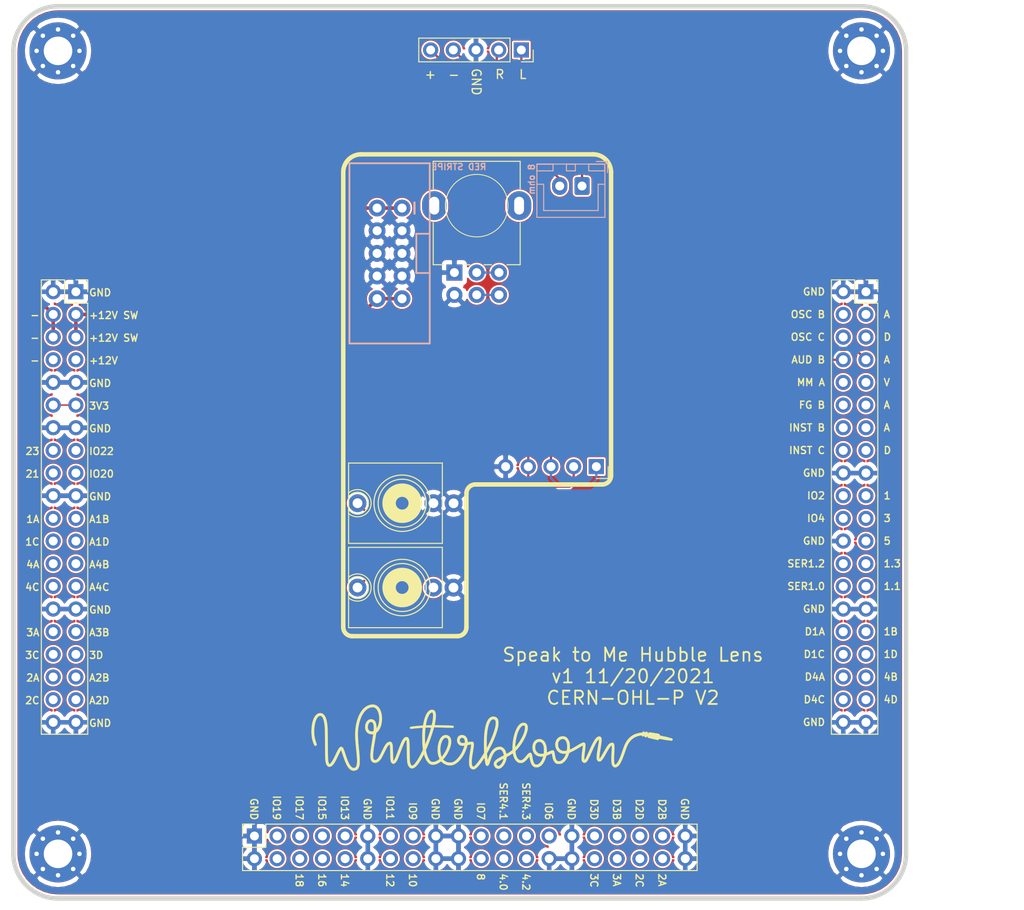
<source format=kicad_pcb>
(kicad_pcb (version 20171130) (host pcbnew "(5.1.10-1-10_14)")
  (title_block (title "Speak to Me") (date 2021-08-25) (rev v8) (company Winterbloom) (comment 1 "CERN OHL-P v2") (comment 2 "Alethea Flowers"))
  (layers (0 F.Cu signal) (31 B.Cu signal) (34 B.Paste user) (35 F.Paste user) (36 B.SilkS user) (37 F.SilkS user) (38 B.Mask user) (39 F.Mask user) (44 Edge.Cuts user))
  (net 0 "")
  (net 1 +12V)
  (net 2 -12V)
  (net 3 +3V3)
  (net 4 GND)
  (net 5 SERIAL1.3)
  (net 6 SERIAL1.2)
  (net 7 SERIAL1.1)
  (net 8 SERIAL1.0)
  (net 9 +12VDOWNSTREAM)
  (net 10 -12VDOWNSTREAM)
  (net 11 /DAC_4D)
  (net 12 /DAC_2D)
  (net 13 /DAC_4C)
  (net 14 /DAC_2C)
  (net 15 /DAC_4B)
  (net 16 /DAC_2B)
  (net 17 /DAC_4A)
  (net 18 /DAC_2A)
  (net 19 /DAC_3D)
  (net 20 /DAC_1D)
  (net 21 /DAC_3C)
  (net 22 /DAC_1C)
  (net 23 /DAC_3B)
  (net 24 /DAC_1B)
  (net 25 /DAC_3A)
  (net 26 /DAC_1A)
  (net 27 SERIAL4.3)
  (net 28 SERIAL4.2)
  (net 29 SERIAL4.1)
  (net 30 SERIAL4.0)
  (net 31 /EXT_FG_B)
  (net 32 /EXT_FG_A)
  (net 33 /EXT_MM_A)
  (net 34 /EXT_MM_V)
  (net 35 /EXT_AUDIO_B)
  (net 36 /EXT_AUDIO_A)
  (net 37 /EXT_OSC_C)
  (net 38 /EXT_OSC_D)
  (net 39 /EXT_OSC_B)
  (net 40 /EXT_OSC_A)
  (net 41 /IO5)
  (net 42 /IO4)
  (net 43 /IO3)
  (net 44 /IO2)
  (net 45 /IO1)
  (net 46 /ADC_1D)
  (net 47 /ADC_1C)
  (net 48 /ADC_1B)
  (net 49 /ADC_1A)
  (net 50 /ADC_4A)
  (net 51 /ADC_4B)
  (net 52 /ADC_4C)
  (net 53 /ADC_4D)
  (net 54 /ADC_2A)
  (net 55 /ADC_2B)
  (net 56 /ADC_2C)
  (net 57 /ADC_2D)
  (net 58 /ADC_3D)
  (net 59 /ADC_3C)
  (net 60 /ADC_3B)
  (net 61 /ADC_3A)
  (net 62 /IO6)
  (net 63 /IO7)
  (net 64 /IO8)
  (net 65 /IO9)
  (net 66 /IO10)
  (net 67 /IO11)
  (net 68 /IO12)
  (net 69 /IO13)
  (net 70 /IO14)
  (net 71 /IO15)
  (net 72 /IO16)
  (net 73 /IO17)
  (net 74 /IO18)
  (net 75 /IO19)
  (net 76 /IO20)
  (net 77 /IO21)
  (net 78 "Net-(J7-Pad4)")
  (net 79 /IO22)
  (net 80 /IO23)
  (net 81 /EXT_INST_C)
  (net 82 /EXT_INST_D)
  (net 83 /EXT_INST_B)
  (net 84 /EXT_INST_A)
  (net 85 "Net-(J1004-PadTN)")
  (net 86 "Net-(RV1001-Pad2)")
  (net 87 /SPEAKER-)
  (net 88 /SPEAKER+)
  (net 89 /HEADPHONES_R)
  (net 90 /HEADPHONES_L)
  (net 91 "Net-(RV1001-Pad5)")
  (module Connector_PinSocket_2.54mm:PinSocket_1x05_P2.54mm_Vertical (layer F.Cu) (at 131.9 53.9 270)
    (fp_text reference J1 hide)
    (fp_text value Outputs hide)
    (pad 5 thru_hole oval (at 0 10.16 270) (size 1.7 1.7) (drill 1) (layers *.Cu *.Mask) (net 88 /SPEAKER+))
    (pad 4 thru_hole oval (at 0 7.62 270) (size 1.7 1.7) (drill 1) (layers *.Cu *.Mask) (net 87 /SPEAKER-))
    (pad 3 thru_hole oval (at 0 5.08 270) (size 1.7 1.7) (drill 1) (layers *.Cu *.Mask) (net 4 GND))
    (pad 2 thru_hole oval (at 0 2.54 270) (size 1.7 1.7) (drill 1) (layers *.Cu *.Mask) (net 89 /HEADPHONES_R))
    (pad 1 thru_hole rect (at 0 0 270) (size 1.7 1.7) (drill 1) (layers *.Cu *.Mask) (net 90 /HEADPHONES_L))
  )
  (module MountingHole:MountingHole_3.2mm_M3_Pad_Via (layer F.Cu) (at 80 54)
    (fp_text reference H1 hide)
    (fp_text value M3 hide)
    (pad 1 thru_hole circle (at 1.697056 -1.697056) (size 0.8 0.8) (drill 0.5) (layers *.Cu *.Mask) (net 4 GND))
    (pad 1 thru_hole circle (at 0 -2.4) (size 0.8 0.8) (drill 0.5) (layers *.Cu *.Mask) (net 4 GND))
    (pad 1 thru_hole circle (at -1.697056 -1.697056) (size 0.8 0.8) (drill 0.5) (layers *.Cu *.Mask) (net 4 GND))
    (pad 1 thru_hole circle (at -2.4 0) (size 0.8 0.8) (drill 0.5) (layers *.Cu *.Mask) (net 4 GND))
    (pad 1 thru_hole circle (at -1.697056 1.697056) (size 0.8 0.8) (drill 0.5) (layers *.Cu *.Mask) (net 4 GND))
    (pad 1 thru_hole circle (at 0 2.4) (size 0.8 0.8) (drill 0.5) (layers *.Cu *.Mask) (net 4 GND))
    (pad 1 thru_hole circle (at 1.697056 1.697056) (size 0.8 0.8) (drill 0.5) (layers *.Cu *.Mask) (net 4 GND))
    (pad 1 thru_hole circle (at 2.4 0) (size 0.8 0.8) (drill 0.5) (layers *.Cu *.Mask) (net 4 GND))
    (pad 1 thru_hole circle (at 0 0) (size 6.4 6.4) (drill 3.2) (layers *.Cu *.Mask) (net 4 GND))
  )
  (module MountingHole:MountingHole_3.2mm_M3_Pad_Via (layer F.Cu) (at 170 144)
    (fp_text reference H4 hide)
    (fp_text value M3 hide)
    (pad 1 thru_hole circle (at 1.697056 -1.697056) (size 0.8 0.8) (drill 0.5) (layers *.Cu *.Mask) (net 4 GND))
    (pad 1 thru_hole circle (at 0 -2.4) (size 0.8 0.8) (drill 0.5) (layers *.Cu *.Mask) (net 4 GND))
    (pad 1 thru_hole circle (at -1.697056 -1.697056) (size 0.8 0.8) (drill 0.5) (layers *.Cu *.Mask) (net 4 GND))
    (pad 1 thru_hole circle (at -2.4 0) (size 0.8 0.8) (drill 0.5) (layers *.Cu *.Mask) (net 4 GND))
    (pad 1 thru_hole circle (at -1.697056 1.697056) (size 0.8 0.8) (drill 0.5) (layers *.Cu *.Mask) (net 4 GND))
    (pad 1 thru_hole circle (at 0 2.4) (size 0.8 0.8) (drill 0.5) (layers *.Cu *.Mask) (net 4 GND))
    (pad 1 thru_hole circle (at 1.697056 1.697056) (size 0.8 0.8) (drill 0.5) (layers *.Cu *.Mask) (net 4 GND))
    (pad 1 thru_hole circle (at 2.4 0) (size 0.8 0.8) (drill 0.5) (layers *.Cu *.Mask) (net 4 GND))
    (pad 1 thru_hole circle (at 0 0) (size 6.4 6.4) (drill 3.2) (layers *.Cu *.Mask) (net 4 GND))
  )
  (module MountingHole:MountingHole_3.2mm_M3_Pad_Via (layer F.Cu) (at 170 54)
    (fp_text reference H3 hide)
    (fp_text value M3 hide)
    (pad 1 thru_hole circle (at 1.697056 -1.697056) (size 0.8 0.8) (drill 0.5) (layers *.Cu *.Mask) (net 4 GND))
    (pad 1 thru_hole circle (at 0 -2.4) (size 0.8 0.8) (drill 0.5) (layers *.Cu *.Mask) (net 4 GND))
    (pad 1 thru_hole circle (at -1.697056 -1.697056) (size 0.8 0.8) (drill 0.5) (layers *.Cu *.Mask) (net 4 GND))
    (pad 1 thru_hole circle (at -2.4 0) (size 0.8 0.8) (drill 0.5) (layers *.Cu *.Mask) (net 4 GND))
    (pad 1 thru_hole circle (at -1.697056 1.697056) (size 0.8 0.8) (drill 0.5) (layers *.Cu *.Mask) (net 4 GND))
    (pad 1 thru_hole circle (at 0 2.4) (size 0.8 0.8) (drill 0.5) (layers *.Cu *.Mask) (net 4 GND))
    (pad 1 thru_hole circle (at 1.697056 1.697056) (size 0.8 0.8) (drill 0.5) (layers *.Cu *.Mask) (net 4 GND))
    (pad 1 thru_hole circle (at 2.4 0) (size 0.8 0.8) (drill 0.5) (layers *.Cu *.Mask) (net 4 GND))
    (pad 1 thru_hole circle (at 0 0) (size 6.4 6.4) (drill 3.2) (layers *.Cu *.Mask) (net 4 GND))
  )
  (module MountingHole:MountingHole_3.2mm_M3_Pad_Via (layer F.Cu) (at 80 144)
    (fp_text reference H2 hide)
    (fp_text value M3 hide)
    (pad 1 thru_hole circle (at 1.697056 -1.697056) (size 0.8 0.8) (drill 0.5) (layers *.Cu *.Mask) (net 4 GND))
    (pad 1 thru_hole circle (at 0 -2.4) (size 0.8 0.8) (drill 0.5) (layers *.Cu *.Mask) (net 4 GND))
    (pad 1 thru_hole circle (at -1.697056 -1.697056) (size 0.8 0.8) (drill 0.5) (layers *.Cu *.Mask) (net 4 GND))
    (pad 1 thru_hole circle (at -2.4 0) (size 0.8 0.8) (drill 0.5) (layers *.Cu *.Mask) (net 4 GND))
    (pad 1 thru_hole circle (at -1.697056 1.697056) (size 0.8 0.8) (drill 0.5) (layers *.Cu *.Mask) (net 4 GND))
    (pad 1 thru_hole circle (at 0 2.4) (size 0.8 0.8) (drill 0.5) (layers *.Cu *.Mask) (net 4 GND))
    (pad 1 thru_hole circle (at 1.697056 1.697056) (size 0.8 0.8) (drill 0.5) (layers *.Cu *.Mask) (net 4 GND))
    (pad 1 thru_hole circle (at 2.4 0) (size 0.8 0.8) (drill 0.5) (layers *.Cu *.Mask) (net 4 GND))
    (pad 1 thru_hole circle (at 0 0) (size 6.4 6.4) (drill 3.2) (layers *.Cu *.Mask) (net 4 GND))
  )
  (module winterbloom:Extra_Long_Wiggly_Boi_40mm (layer F.Cu) (at 128.62 130.97)
    (fp_text reference G*** hide)
    (fp_text value LOGO hide)
  )
  (module Connector_PinSocket_2.54mm:PinSocket_2x20_P2.54mm_Vertical (layer F.Cu) (at 102 142 90)
    (fp_text reference J7 hide)
    (fp_text value Bottom hide)
    (pad 40 thru_hole oval (at -2.54 48.26 90) (size 1.7 1.7) (drill 1) (layers *.Cu *.Mask) (net 4 GND))
    (pad 39 thru_hole oval (at 0 48.26 90) (size 1.7 1.7) (drill 1) (layers *.Cu *.Mask) (net 4 GND))
    (pad 38 thru_hole oval (at -2.54 45.72 90) (size 1.7 1.7) (drill 1) (layers *.Cu *.Mask) (net 18 /DAC_2A))
    (pad 37 thru_hole oval (at 0 45.72 90) (size 1.7 1.7) (drill 1) (layers *.Cu *.Mask) (net 16 /DAC_2B))
    (pad 36 thru_hole oval (at -2.54 43.18 90) (size 1.7 1.7) (drill 1) (layers *.Cu *.Mask) (net 14 /DAC_2C))
    (pad 35 thru_hole oval (at 0 43.18 90) (size 1.7 1.7) (drill 1) (layers *.Cu *.Mask) (net 12 /DAC_2D))
    (pad 34 thru_hole oval (at -2.54 40.64 90) (size 1.7 1.7) (drill 1) (layers *.Cu *.Mask) (net 25 /DAC_3A))
    (pad 33 thru_hole oval (at 0 40.64 90) (size 1.7 1.7) (drill 1) (layers *.Cu *.Mask) (net 23 /DAC_3B))
    (pad 32 thru_hole oval (at -2.54 38.1 90) (size 1.7 1.7) (drill 1) (layers *.Cu *.Mask) (net 21 /DAC_3C))
    (pad 31 thru_hole oval (at 0 38.1 90) (size 1.7 1.7) (drill 1) (layers *.Cu *.Mask) (net 19 /DAC_3D))
    (pad 30 thru_hole oval (at -2.54 35.56 90) (size 1.7 1.7) (drill 1) (layers *.Cu *.Mask) (net 4 GND))
    (pad 29 thru_hole oval (at 0 35.56 90) (size 1.7 1.7) (drill 1) (layers *.Cu *.Mask) (net 4 GND))
    (pad 28 thru_hole oval (at -2.54 33.02 90) (size 1.7 1.7) (drill 1) (layers *.Cu *.Mask) (net 4 GND))
    (pad 27 thru_hole oval (at 0 33.02 90) (size 1.7 1.7) (drill 1) (layers *.Cu *.Mask) (net 62 /IO6))
    (pad 26 thru_hole oval (at -2.54 30.48 90) (size 1.7 1.7) (drill 1) (layers *.Cu *.Mask) (net 28 SERIAL4.2))
    (pad 25 thru_hole oval (at 0 30.48 90) (size 1.7 1.7) (drill 1) (layers *.Cu *.Mask) (net 27 SERIAL4.3))
    (pad 24 thru_hole oval (at -2.54 27.94 90) (size 1.7 1.7) (drill 1) (layers *.Cu *.Mask) (net 30 SERIAL4.0))
    (pad 23 thru_hole oval (at 0 27.94 90) (size 1.7 1.7) (drill 1) (layers *.Cu *.Mask) (net 29 SERIAL4.1))
    (pad 22 thru_hole oval (at -2.54 25.4 90) (size 1.7 1.7) (drill 1) (layers *.Cu *.Mask) (net 64 /IO8))
    (pad 21 thru_hole oval (at 0 25.4 90) (size 1.7 1.7) (drill 1) (layers *.Cu *.Mask) (net 63 /IO7))
    (pad 20 thru_hole oval (at -2.54 22.86 90) (size 1.7 1.7) (drill 1) (layers *.Cu *.Mask) (net 4 GND))
    (pad 19 thru_hole oval (at 0 22.86 90) (size 1.7 1.7) (drill 1) (layers *.Cu *.Mask) (net 4 GND))
    (pad 18 thru_hole oval (at -2.54 20.32 90) (size 1.7 1.7) (drill 1) (layers *.Cu *.Mask) (net 4 GND))
    (pad 17 thru_hole oval (at 0 20.32 90) (size 1.7 1.7) (drill 1) (layers *.Cu *.Mask) (net 4 GND))
    (pad 16 thru_hole oval (at -2.54 17.78 90) (size 1.7 1.7) (drill 1) (layers *.Cu *.Mask) (net 66 /IO10))
    (pad 15 thru_hole oval (at 0 17.78 90) (size 1.7 1.7) (drill 1) (layers *.Cu *.Mask) (net 65 /IO9))
    (pad 14 thru_hole oval (at -2.54 15.24 90) (size 1.7 1.7) (drill 1) (layers *.Cu *.Mask) (net 68 /IO12))
    (pad 13 thru_hole oval (at 0 15.24 90) (size 1.7 1.7) (drill 1) (layers *.Cu *.Mask) (net 67 /IO11))
    (pad 12 thru_hole oval (at -2.54 12.7 90) (size 1.7 1.7) (drill 1) (layers *.Cu *.Mask) (net 4 GND))
    (pad 11 thru_hole oval (at 0 12.7 90) (size 1.7 1.7) (drill 1) (layers *.Cu *.Mask) (net 4 GND))
    (pad 10 thru_hole oval (at -2.54 10.16 90) (size 1.7 1.7) (drill 1) (layers *.Cu *.Mask) (net 70 /IO14))
    (pad 9 thru_hole oval (at 0 10.16 90) (size 1.7 1.7) (drill 1) (layers *.Cu *.Mask) (net 69 /IO13))
    (pad 8 thru_hole oval (at -2.54 7.62 90) (size 1.7 1.7) (drill 1) (layers *.Cu *.Mask) (net 72 /IO16))
    (pad 7 thru_hole oval (at 0 7.62 90) (size 1.7 1.7) (drill 1) (layers *.Cu *.Mask) (net 71 /IO15))
    (pad 6 thru_hole oval (at -2.54 5.08 90) (size 1.7 1.7) (drill 1) (layers *.Cu *.Mask) (net 74 /IO18))
    (pad 5 thru_hole oval (at 0 5.08 90) (size 1.7 1.7) (drill 1) (layers *.Cu *.Mask) (net 73 /IO17))
    (pad 4 thru_hole oval (at -2.54 2.54 90) (size 1.7 1.7) (drill 1) (layers *.Cu *.Mask) (net 78 "Net-(J7-Pad4)"))
    (pad 3 thru_hole oval (at 0 2.54 90) (size 1.7 1.7) (drill 1) (layers *.Cu *.Mask) (net 75 /IO19))
    (pad 2 thru_hole oval (at -2.54 0 90) (size 1.7 1.7) (drill 1) (layers *.Cu *.Mask) (net 4 GND))
    (pad 1 thru_hole rect (at 0 0 90) (size 1.7 1.7) (drill 1) (layers *.Cu *.Mask) (net 4 GND))
  )
  (module Connector_PinSocket_2.54mm:PinSocket_2x20_P2.54mm_Vertical (layer F.Cu) (at 170.5 81)
    (fp_text reference J6 hide)
    (fp_text value Right hide)
    (pad 40 thru_hole oval (at -2.54 48.26) (size 1.7 1.7) (drill 1) (layers *.Cu *.Mask) (net 4 GND))
    (pad 39 thru_hole oval (at 0 48.26) (size 1.7 1.7) (drill 1) (layers *.Cu *.Mask) (net 4 GND))
    (pad 38 thru_hole oval (at -2.54 45.72) (size 1.7 1.7) (drill 1) (layers *.Cu *.Mask) (net 13 /DAC_4C))
    (pad 37 thru_hole oval (at 0 45.72) (size 1.7 1.7) (drill 1) (layers *.Cu *.Mask) (net 11 /DAC_4D))
    (pad 36 thru_hole oval (at -2.54 43.18) (size 1.7 1.7) (drill 1) (layers *.Cu *.Mask) (net 17 /DAC_4A))
    (pad 35 thru_hole oval (at 0 43.18) (size 1.7 1.7) (drill 1) (layers *.Cu *.Mask) (net 15 /DAC_4B))
    (pad 34 thru_hole oval (at -2.54 40.64) (size 1.7 1.7) (drill 1) (layers *.Cu *.Mask) (net 22 /DAC_1C))
    (pad 33 thru_hole oval (at 0 40.64) (size 1.7 1.7) (drill 1) (layers *.Cu *.Mask) (net 20 /DAC_1D))
    (pad 32 thru_hole oval (at -2.54 38.1) (size 1.7 1.7) (drill 1) (layers *.Cu *.Mask) (net 26 /DAC_1A))
    (pad 31 thru_hole oval (at 0 38.1) (size 1.7 1.7) (drill 1) (layers *.Cu *.Mask) (net 24 /DAC_1B))
    (pad 30 thru_hole oval (at -2.54 35.56) (size 1.7 1.7) (drill 1) (layers *.Cu *.Mask) (net 4 GND))
    (pad 29 thru_hole oval (at 0 35.56) (size 1.7 1.7) (drill 1) (layers *.Cu *.Mask) (net 4 GND))
    (pad 28 thru_hole oval (at -2.54 33.02) (size 1.7 1.7) (drill 1) (layers *.Cu *.Mask) (net 8 SERIAL1.0))
    (pad 27 thru_hole oval (at 0 33.02) (size 1.7 1.7) (drill 1) (layers *.Cu *.Mask) (net 7 SERIAL1.1))
    (pad 26 thru_hole oval (at -2.54 30.48) (size 1.7 1.7) (drill 1) (layers *.Cu *.Mask) (net 6 SERIAL1.2))
    (pad 25 thru_hole oval (at 0 30.48) (size 1.7 1.7) (drill 1) (layers *.Cu *.Mask) (net 5 SERIAL1.3))
    (pad 24 thru_hole oval (at -2.54 27.94) (size 1.7 1.7) (drill 1) (layers *.Cu *.Mask) (net 4 GND))
    (pad 23 thru_hole oval (at 0 27.94) (size 1.7 1.7) (drill 1) (layers *.Cu *.Mask) (net 41 /IO5))
    (pad 22 thru_hole oval (at -2.54 25.4) (size 1.7 1.7) (drill 1) (layers *.Cu *.Mask) (net 42 /IO4))
    (pad 21 thru_hole oval (at 0 25.4) (size 1.7 1.7) (drill 1) (layers *.Cu *.Mask) (net 43 /IO3))
    (pad 20 thru_hole oval (at -2.54 22.86) (size 1.7 1.7) (drill 1) (layers *.Cu *.Mask) (net 44 /IO2))
    (pad 19 thru_hole oval (at 0 22.86) (size 1.7 1.7) (drill 1) (layers *.Cu *.Mask) (net 45 /IO1))
    (pad 18 thru_hole oval (at -2.54 20.32) (size 1.7 1.7) (drill 1) (layers *.Cu *.Mask) (net 4 GND))
    (pad 17 thru_hole oval (at 0 20.32) (size 1.7 1.7) (drill 1) (layers *.Cu *.Mask) (net 4 GND))
    (pad 16 thru_hole oval (at -2.54 17.78) (size 1.7 1.7) (drill 1) (layers *.Cu *.Mask) (net 81 /EXT_INST_C))
    (pad 15 thru_hole oval (at 0 17.78) (size 1.7 1.7) (drill 1) (layers *.Cu *.Mask) (net 82 /EXT_INST_D))
    (pad 14 thru_hole oval (at -2.54 15.24) (size 1.7 1.7) (drill 1) (layers *.Cu *.Mask) (net 83 /EXT_INST_B))
    (pad 13 thru_hole oval (at 0 15.24) (size 1.7 1.7) (drill 1) (layers *.Cu *.Mask) (net 84 /EXT_INST_A))
    (pad 12 thru_hole oval (at -2.54 12.7) (size 1.7 1.7) (drill 1) (layers *.Cu *.Mask) (net 31 /EXT_FG_B))
    (pad 11 thru_hole oval (at 0 12.7) (size 1.7 1.7) (drill 1) (layers *.Cu *.Mask) (net 32 /EXT_FG_A))
    (pad 10 thru_hole oval (at -2.54 10.16) (size 1.7 1.7) (drill 1) (layers *.Cu *.Mask) (net 33 /EXT_MM_A))
    (pad 9 thru_hole oval (at 0 10.16) (size 1.7 1.7) (drill 1) (layers *.Cu *.Mask) (net 34 /EXT_MM_V))
    (pad 8 thru_hole oval (at -2.54 7.62) (size 1.7 1.7) (drill 1) (layers *.Cu *.Mask) (net 35 /EXT_AUDIO_B))
    (pad 7 thru_hole oval (at 0 7.62) (size 1.7 1.7) (drill 1) (layers *.Cu *.Mask) (net 36 /EXT_AUDIO_A))
    (pad 6 thru_hole oval (at -2.54 5.08) (size 1.7 1.7) (drill 1) (layers *.Cu *.Mask) (net 37 /EXT_OSC_C))
    (pad 5 thru_hole oval (at 0 5.08) (size 1.7 1.7) (drill 1) (layers *.Cu *.Mask) (net 38 /EXT_OSC_D))
    (pad 4 thru_hole oval (at -2.54 2.54) (size 1.7 1.7) (drill 1) (layers *.Cu *.Mask) (net 39 /EXT_OSC_B))
    (pad 3 thru_hole oval (at 0 2.54) (size 1.7 1.7) (drill 1) (layers *.Cu *.Mask) (net 40 /EXT_OSC_A))
    (pad 2 thru_hole oval (at -2.54 0) (size 1.7 1.7) (drill 1) (layers *.Cu *.Mask) (net 4 GND))
    (pad 1 thru_hole rect (at 0 0) (size 1.7 1.7) (drill 1) (layers *.Cu *.Mask) (net 4 GND))
  )
  (module Connector_PinSocket_2.54mm:PinSocket_2x20_P2.54mm_Vertical (layer F.Cu) (at 82 81)
    (fp_text reference J5 hide)
    (fp_text value Left hide)
    (pad 40 thru_hole oval (at -2.54 48.26) (size 1.7 1.7) (drill 1) (layers *.Cu *.Mask) (net 4 GND))
    (pad 39 thru_hole oval (at 0 48.26) (size 1.7 1.7) (drill 1) (layers *.Cu *.Mask) (net 4 GND))
    (pad 38 thru_hole oval (at -2.54 45.72) (size 1.7 1.7) (drill 1) (layers *.Cu *.Mask) (net 56 /ADC_2C))
    (pad 37 thru_hole oval (at 0 45.72) (size 1.7 1.7) (drill 1) (layers *.Cu *.Mask) (net 57 /ADC_2D))
    (pad 36 thru_hole oval (at -2.54 43.18) (size 1.7 1.7) (drill 1) (layers *.Cu *.Mask) (net 54 /ADC_2A))
    (pad 35 thru_hole oval (at 0 43.18) (size 1.7 1.7) (drill 1) (layers *.Cu *.Mask) (net 55 /ADC_2B))
    (pad 34 thru_hole oval (at -2.54 40.64) (size 1.7 1.7) (drill 1) (layers *.Cu *.Mask) (net 59 /ADC_3C))
    (pad 33 thru_hole oval (at 0 40.64) (size 1.7 1.7) (drill 1) (layers *.Cu *.Mask) (net 58 /ADC_3D))
    (pad 32 thru_hole oval (at -2.54 38.1) (size 1.7 1.7) (drill 1) (layers *.Cu *.Mask) (net 61 /ADC_3A))
    (pad 31 thru_hole oval (at 0 38.1) (size 1.7 1.7) (drill 1) (layers *.Cu *.Mask) (net 60 /ADC_3B))
    (pad 30 thru_hole oval (at -2.54 35.56) (size 1.7 1.7) (drill 1) (layers *.Cu *.Mask) (net 4 GND))
    (pad 29 thru_hole oval (at 0 35.56) (size 1.7 1.7) (drill 1) (layers *.Cu *.Mask) (net 4 GND))
    (pad 28 thru_hole oval (at -2.54 33.02) (size 1.7 1.7) (drill 1) (layers *.Cu *.Mask) (net 52 /ADC_4C))
    (pad 27 thru_hole oval (at 0 33.02) (size 1.7 1.7) (drill 1) (layers *.Cu *.Mask) (net 53 /ADC_4D))
    (pad 26 thru_hole oval (at -2.54 30.48) (size 1.7 1.7) (drill 1) (layers *.Cu *.Mask) (net 50 /ADC_4A))
    (pad 25 thru_hole oval (at 0 30.48) (size 1.7 1.7) (drill 1) (layers *.Cu *.Mask) (net 51 /ADC_4B))
    (pad 24 thru_hole oval (at -2.54 27.94) (size 1.7 1.7) (drill 1) (layers *.Cu *.Mask) (net 47 /ADC_1C))
    (pad 23 thru_hole oval (at 0 27.94) (size 1.7 1.7) (drill 1) (layers *.Cu *.Mask) (net 46 /ADC_1D))
    (pad 22 thru_hole oval (at -2.54 25.4) (size 1.7 1.7) (drill 1) (layers *.Cu *.Mask) (net 49 /ADC_1A))
    (pad 21 thru_hole oval (at 0 25.4) (size 1.7 1.7) (drill 1) (layers *.Cu *.Mask) (net 48 /ADC_1B))
    (pad 20 thru_hole oval (at -2.54 22.86) (size 1.7 1.7) (drill 1) (layers *.Cu *.Mask) (net 4 GND))
    (pad 19 thru_hole oval (at 0 22.86) (size 1.7 1.7) (drill 1) (layers *.Cu *.Mask) (net 4 GND))
    (pad 18 thru_hole oval (at -2.54 20.32) (size 1.7 1.7) (drill 1) (layers *.Cu *.Mask) (net 77 /IO21))
    (pad 17 thru_hole oval (at 0 20.32) (size 1.7 1.7) (drill 1) (layers *.Cu *.Mask) (net 76 /IO20))
    (pad 16 thru_hole oval (at -2.54 17.78) (size 1.7 1.7) (drill 1) (layers *.Cu *.Mask) (net 80 /IO23))
    (pad 15 thru_hole oval (at 0 17.78) (size 1.7 1.7) (drill 1) (layers *.Cu *.Mask) (net 79 /IO22))
    (pad 14 thru_hole oval (at -2.54 15.24) (size 1.7 1.7) (drill 1) (layers *.Cu *.Mask) (net 4 GND))
    (pad 13 thru_hole oval (at 0 15.24) (size 1.7 1.7) (drill 1) (layers *.Cu *.Mask) (net 4 GND))
    (pad 12 thru_hole oval (at -2.54 12.7) (size 1.7 1.7) (drill 1) (layers *.Cu *.Mask) (net 3 +3V3))
    (pad 11 thru_hole oval (at 0 12.7) (size 1.7 1.7) (drill 1) (layers *.Cu *.Mask) (net 3 +3V3))
    (pad 10 thru_hole oval (at -2.54 10.16) (size 1.7 1.7) (drill 1) (layers *.Cu *.Mask) (net 4 GND))
    (pad 9 thru_hole oval (at 0 10.16) (size 1.7 1.7) (drill 1) (layers *.Cu *.Mask) (net 4 GND))
    (pad 8 thru_hole oval (at -2.54 7.62) (size 1.7 1.7) (drill 1) (layers *.Cu *.Mask) (net 2 -12V))
    (pad 7 thru_hole oval (at 0 7.62) (size 1.7 1.7) (drill 1) (layers *.Cu *.Mask) (net 1 +12V))
    (pad 6 thru_hole oval (at -2.54 5.08) (size 1.7 1.7) (drill 1) (layers *.Cu *.Mask) (net 10 -12VDOWNSTREAM))
    (pad 5 thru_hole oval (at 0 5.08) (size 1.7 1.7) (drill 1) (layers *.Cu *.Mask) (net 9 +12VDOWNSTREAM))
    (pad 4 thru_hole oval (at -2.54 2.54) (size 1.7 1.7) (drill 1) (layers *.Cu *.Mask) (net 10 -12VDOWNSTREAM))
    (pad 3 thru_hole oval (at 0 2.54) (size 1.7 1.7) (drill 1) (layers *.Cu *.Mask) (net 9 +12VDOWNSTREAM))
    (pad 2 thru_hole oval (at -2.54 0) (size 1.7 1.7) (drill 1) (layers *.Cu *.Mask) (net 4 GND))
    (pad 1 thru_hole rect (at 0 0) (size 1.7 1.7) (drill 1) (layers *.Cu *.Mask) (net 4 GND))
  )
  (module Potentiometer_THT:Potentiometer_Alpha_RD902F-40-00D_Dual_Vertical (layer F.Cu) (at 124.4 78.85 90)
    (fp_text reference RV1001 hide)
    (fp_text value Volume hide)
    (pad 1 thru_hole rect (at 0 0 180) (size 1.8 1.8) (drill 1) (layers *.Cu *.Mask) (net 4 GND))
    (pad 2 thru_hole circle (at 0 2.5 180) (size 1.8 1.8) (drill 1) (layers *.Cu *.Mask) (net 86 "Net-(RV1001-Pad2)"))
    (pad 3 thru_hole circle (at 0 5 180) (size 1.8 1.8) (drill 1) (layers *.Cu *.Mask) (net 86 "Net-(RV1001-Pad2)"))
    (pad "" thru_hole oval (at 7.5 7.25 180) (size 2.72 3.24) (drill oval 1.1 2) (layers *.Cu *.Mask))
    (pad "" thru_hole oval (at 7.5 -2.25 180) (size 2.72 3.24) (drill oval 1.1 2) (layers *.Cu *.Mask))
    (pad 6 thru_hole circle (at -2.5 5 180) (size 1.8 1.8) (drill 1) (layers *.Cu *.Mask) (net 91 "Net-(RV1001-Pad5)"))
    (pad 5 thru_hole circle (at -2.5 2.5 180) (size 1.8 1.8) (drill 1) (layers *.Cu *.Mask) (net 91 "Net-(RV1001-Pad5)"))
    (pad 4 thru_hole circle (at -2.5 0 180) (size 1.8 1.8) (drill 1) (layers *.Cu *.Mask) (net 4 GND))
  )
  (module Connector_PinSocket_2.54mm:PinSocket_1x05_P2.54mm_Vertical (layer F.Cu) (at 140.3 100.6 270)
    (fp_text reference J1006 hide)
    (fp_text value Headphones hide)
    (pad 5 thru_hole oval (at 0 10.16 270) (size 1.7 1.7) (drill 1) (layers *.Cu *.Mask) (net 4 GND))
    (pad 4 thru_hole oval (at 0 7.62 270) (size 1.7 1.7) (drill 1) (layers *.Cu *.Mask) (net 89 /HEADPHONES_R))
    (pad 3 thru_hole oval (at 0 5.08 270) (size 1.7 1.7) (drill 1) (layers *.Cu *.Mask) (net 90 /HEADPHONES_L))
    (pad 2 thru_hole oval (at 0 2.54 270) (size 1.7 1.7) (drill 1) (layers *.Cu *.Mask) (net 89 /HEADPHONES_R))
    (pad 1 thru_hole rect (at 0 0 270) (size 1.7 1.7) (drill 1) (layers *.Cu *.Mask) (net 90 /HEADPHONES_L))
  )
  (module winterbloom:WQP-WQP518MA (layer F.Cu) (at 118.55 114.15 90)
    (fp_text reference J1004 hide)
    (fp_text value Right hide)
    (pad T thru_hole circle (at 0 -5 90) (size 2 2) (drill 1.1) (layers *.Cu *.Mask) (net 35 /EXT_AUDIO_B))
    (pad TN thru_hole circle (at 0 3.5 90) (size 2 2) (drill 1.1) (layers *.Cu *.Mask) (net 85 "Net-(J1004-PadTN)"))
    (pad S thru_hole circle (at -0.01 5.75 90) (size 2 2) (drill 1.1) (layers *.Cu *.Mask) (net 4 GND))
  )
  (module winterbloom:Eurorack_Power (layer B.Cu) (at 117.15 76.7 270)
    (fp_text reference J1001 hide)
    (fp_text value Eurorack_Power hide)
    (fp_text user "RED STRIPE" (at -9.7 -7.75 180) (layer B.SilkS) (effects (font (size 0.7 0.7)) (justify mirror)))
    (pad 10 thru_hole circle (at 5.08 1.407 180) (size 1.8796 1.8796) (drill 1.016) (layers *.Cu *.Mask) (net 9 +12VDOWNSTREAM))
    (pad 9 thru_hole circle (at 5.08 -1.387 180) (size 1.8796 1.8796) (drill 1.016) (layers *.Cu *.Mask) (net 9 +12VDOWNSTREAM))
    (pad 8 thru_hole circle (at 2.54 1.407 180) (size 1.8796 1.8796) (drill 1.016) (layers *.Cu *.Mask) (net 4 GND))
    (pad 7 thru_hole circle (at 2.54 -1.387 180) (size 1.8796 1.8796) (drill 1.016) (layers *.Cu *.Mask) (net 4 GND))
    (pad 6 thru_hole circle (at 0 1.407 180) (size 1.8796 1.8796) (drill 1.016) (layers *.Cu *.Mask) (net 4 GND))
    (pad 5 thru_hole circle (at 0 -1.387 180) (size 1.8796 1.8796) (drill 1.016) (layers *.Cu *.Mask) (net 4 GND))
    (pad 4 thru_hole circle (at -2.54 1.407 180) (size 1.8796 1.8796) (drill 1.016) (layers *.Cu *.Mask) (net 4 GND))
    (pad 3 thru_hole circle (at -2.54 -1.387 180) (size 1.8796 1.8796) (drill 1.016) (layers *.Cu *.Mask) (net 4 GND))
    (pad 2 thru_hole circle (at -5.08 1.407 180) (size 1.8796 1.8796) (drill 1.016) (layers *.Cu *.Mask) (net 10 -12VDOWNSTREAM))
    (pad 1 thru_hole circle (at -5.08 -1.387 180) (size 1.8796 1.8796) (drill 1.016) (layers *.Cu *.Mask) (net 10 -12VDOWNSTREAM))
  )
  (module winterbloom:WQP-WQP518MA (layer F.Cu) (at 118.55 104.7 90)
    (fp_text reference J1003 hide)
    (fp_text value Left hide)
    (pad T thru_hole circle (at 0 -5 90) (size 2 2) (drill 1.1) (layers *.Cu *.Mask) (net 36 /EXT_AUDIO_A))
    (pad TN thru_hole circle (at 0 3.5 90) (size 2 2) (drill 1.1) (layers *.Cu *.Mask) (net 4 GND))
    (pad S thru_hole circle (at -0.01 5.76 90) (size 2 2) (drill 1.1) (layers *.Cu *.Mask) (net 4 GND))
  )
  (module Connector_JST:JST_XH_B2B-XH-A_1x02_P2.50mm_Vertical (layer B.Cu) (at 138.7 69.15 180)
    (fp_text reference LS1001 hide)
    (fp_text value Speaker hide)
    (pad 2 thru_hole oval (at 2.5 0 180) (size 1.7 2) (drill 1) (layers *.Cu *.Mask) (net 88 /SPEAKER+))
    (pad 1 thru_hole roundrect (at 0 0 180) (size 1.7 2) (drill 1) (layers *.Cu *.Mask) (roundrect_rratio 0.147059) (net 87 /SPEAKER-))
  )
  (gr_text + (at 120.99 56.64) (layer F.SilkS) (effects (font (size 1 1)) (justify left)))
  (gr_text - (at 123.626547 56.67) (layer F.SilkS) (effects (font (size 1 1)) (justify left)))
  (gr_text L (at 131.56 56.64) (layer F.SilkS) (effects (font (size 1 1)) (justify left)))
  (gr_text R (at 128.89 56.64) (layer F.SilkS) (effects (font (size 1 1)) (justify left)))
  (gr_text GND (at 126.85 59.1 -90) (layer F.SilkS) (effects (font (size 1 1)) (justify right)))
  (gr_text "Speak to Me Hubble Lens\nv1 11/20/2021\nCERN-OHL-P V2" (at 144.4 124.1) (layer F.SilkS) (effects (font (size 1.5 1.5) (thickness 0.2))))
  (gr_text - (at 78 86.158946) (layer F.SilkS) (effects (font (size 0.8 0.8)) (justify right)))
  (gr_text - (at 78 88.698419) (layer F.SilkS) (effects (font (size 0.8 0.8)) (justify right)))
  (gr_text - (at 78 83.619473) (layer F.SilkS) (effects (font (size 0.8 0.8)) (justify right)))
  (gr_text GND (at 83.4 81.1) (layer F.SilkS) (effects (font (size 0.8 0.8)) (justify left)))
  (gr_text GND (at 83.4 91.257892) (layer F.SilkS) (effects (font (size 0.8 0.8)) (justify left)))
  (gr_text "+12V SW" (at 83.4 83.639473) (layer F.SilkS) (effects (font (size 0.8 0.8)) (justify left)))
  (gr_text GND (at 83.4 96.336838) (layer F.SilkS) (effects (font (size 0.8 0.8)) (justify left)))
  (gr_text IO22 (at 83.4 98.876311) (layer F.SilkS) (effects (font (size 0.8 0.8)) (justify left)))
  (gr_text A2D (at 83.4 126.810514) (layer F.SilkS) (effects (font (size 0.8 0.8)) (justify left)))
  (gr_text A1D (at 83.4 109.034203) (layer F.SilkS) (effects (font (size 0.8 0.8)) (justify left)))
  (gr_text A1B (at 83.4 106.49473) (layer F.SilkS) (effects (font (size 0.8 0.8)) (justify left)))
  (gr_text +12V (at 83.4 88.718419) (layer F.SilkS) (effects (font (size 0.8 0.8)) (justify left)))
  (gr_text "+12V SW" (at 83.4 86.178946) (layer F.SilkS) (effects (font (size 0.8 0.8)) (justify left)))
  (gr_text A4B (at 83.4 111.573676) (layer F.SilkS) (effects (font (size 0.8 0.8)) (justify left)))
  (gr_text A4C (at 83.4 114.113149) (layer F.SilkS) (effects (font (size 0.8 0.8)) (justify left)))
  (gr_text GND (at 83.4 129.35) (layer F.SilkS) (effects (font (size 0.8 0.8)) (justify left)))
  (gr_text GND (at 83.4 116.652622) (layer F.SilkS) (effects (font (size 0.8 0.8)) (justify left)))
  (gr_text GND (at 83.4 103.955257) (layer F.SilkS) (effects (font (size 0.8 0.8)) (justify left)))
  (gr_text A2B (at 83.4 124.271041) (layer F.SilkS) (effects (font (size 0.8 0.8)) (justify left)))
  (gr_text A3B (at 83.4 119.192095) (layer F.SilkS) (effects (font (size 0.8 0.8)) (justify left)))
  (gr_text 3D (at 83.4 121.731568) (layer F.SilkS) (effects (font (size 0.8 0.8)) (justify left)))
  (gr_text IO20 (at 83.4 101.415784) (layer F.SilkS) (effects (font (size 0.8 0.8)) (justify left)))
  (gr_text 3V3 (at 83.4 93.797365) (layer F.SilkS) (effects (font (size 0.8 0.8)) (justify left)))
  (gr_text 1A (at 78 106.49473) (layer F.SilkS) (effects (font (size 0.8 0.8)) (justify right)))
  (gr_text 1C (at 78 109.034203) (layer F.SilkS) (effects (font (size 0.8 0.8)) (justify right)))
  (gr_text 4A (at 78 111.573676) (layer F.SilkS) (effects (font (size 0.8 0.8)) (justify right)))
  (gr_text 4C (at 78 114.113149) (layer F.SilkS) (effects (font (size 0.8 0.8)) (justify right)))
  (gr_text 23 (at 78 98.876311) (layer F.SilkS) (effects (font (size 0.8 0.8)) (justify right)))
  (gr_text 2C (at 78 126.810514) (layer F.SilkS) (effects (font (size 0.8 0.8)) (justify right)))
  (gr_text 2A (at 78 124.271041) (layer F.SilkS) (effects (font (size 0.8 0.8)) (justify right)))
  (gr_text 3A (at 78 119.192095) (layer F.SilkS) (effects (font (size 0.8 0.8)) (justify right)))
  (gr_text 3C (at 78 121.731568) (layer F.SilkS) (effects (font (size 0.8 0.8)) (justify right)))
  (gr_text 21 (at 78 101.415784) (layer F.SilkS) (effects (font (size 0.8 0.8)) (justify right)))
  (gr_text 2C (at 145.121054 146.1 -90) (layer F.SilkS) (effects (font (size 0.8 0.8)) (justify left)))
  (gr_text 3A (at 142.581581 146.1 -90) (layer F.SilkS) (effects (font (size 0.8 0.8)) (justify left)))
  (gr_text 10 (at 119.726324 146.1 -90) (layer F.SilkS) (effects (font (size 0.8 0.8)) (justify left)))
  (gr_text 12 (at 117.186851 146.1 -90) (layer F.SilkS) (effects (font (size 0.8 0.8)) (justify left)))
  (gr_text 8 (at 127.344743 146.1 -90) (layer F.SilkS) (effects (font (size 0.8 0.8)) (justify left)))
  (gr_text 4.2 (at 132.423689 146.1 -90) (layer F.SilkS) (effects (font (size 0.8 0.8)) (justify left)))
  (gr_text 18 (at 107.028959 146.1 -90) (layer F.SilkS) (effects (font (size 0.8 0.8)) (justify left)))
  (gr_text 14 (at 112.107905 146.1 -90) (layer F.SilkS) (effects (font (size 0.8 0.8)) (justify left)))
  (gr_text 16 (at 109.568432 146.1 -90) (layer F.SilkS) (effects (font (size 0.8 0.8)) (justify left)))
  (gr_text 4.0 (at 129.884216 146.1 -90) (layer F.SilkS) (effects (font (size 0.8 0.8)) (justify left)))
  (gr_text 2A (at 147.660527 146.1 -90) (layer F.SilkS) (effects (font (size 0.8 0.8)) (justify left)))
  (gr_text 3C (at 140.042108 146.1 -90) (layer F.SilkS) (effects (font (size 0.8 0.8)) (justify left)))
  (gr_text IO9 (at 119.726324 140.3 -90) (layer F.SilkS) (effects (font (size 0.8 0.8)) (justify right)))
  (gr_text IO15 (at 109.568432 140.3 -90) (layer F.SilkS) (effects (font (size 0.8 0.8)) (justify right)))
  (gr_text GND (at 101.95 140.3 270) (layer F.SilkS) (effects (font (size 0.8 0.8)) (justify right)))
  (gr_text IO17 (at 107.028959 140.3 -90) (layer F.SilkS) (effects (font (size 0.8 0.8)) (justify right)))
  (gr_text SER4.3 (at 132.423689 140.3 -90) (layer F.SilkS) (effects (font (size 0.8 0.8)) (justify right)))
  (gr_text IO13 (at 112.107905 140.3 -90) (layer F.SilkS) (effects (font (size 0.8 0.8)) (justify right)))
  (gr_text GND (at 114.647378 140.3 270) (layer F.SilkS) (effects (font (size 0.8 0.8)) (justify right)))
  (gr_text IO19 (at 104.489486 140.3 -90) (layer F.SilkS) (effects (font (size 0.8 0.8)) (justify right)))
  (gr_text IO11 (at 117.186851 140.3 -90) (layer F.SilkS) (effects (font (size 0.8 0.8)) (justify right)))
  (gr_text SER4.1 (at 129.884216 140.3 -90) (layer F.SilkS) (effects (font (size 0.8 0.8)) (justify right)))
  (gr_text IO7 (at 127.344743 140.3 -90) (layer F.SilkS) (effects (font (size 0.8 0.8)) (justify right)))
  (gr_text IO6 (at 134.963162 140.3 -90) (layer F.SilkS) (effects (font (size 0.8 0.8)) (justify right)))
  (gr_text GND (at 137.502635 140.3 -90) (layer F.SilkS) (effects (font (size 0.8 0.8)) (justify right)))
  (gr_text GND (at 122.265797 140.3 270) (layer F.SilkS) (effects (font (size 0.8 0.8)) (justify right)))
  (gr_text GND (at 124.80527 140.3 -90) (layer F.SilkS) (effects (font (size 0.8 0.8)) (justify right)))
  (gr_text D2D (at 145.121054 140.3 -90) (layer F.SilkS) (effects (font (size 0.8 0.8)) (justify right)))
  (gr_text D3B (at 142.581581 140.3 -90) (layer F.SilkS) (effects (font (size 0.8 0.8)) (justify right)))
  (gr_text GND (at 150.2 140.3 270) (layer F.SilkS) (effects (font (size 0.8 0.8)) (justify right)))
  (gr_text D2B (at 147.660527 140.3 -90) (layer F.SilkS) (effects (font (size 0.8 0.8)) (justify right)))
  (gr_text D3D (at 140.042108 140.3 -90) (layer F.SilkS) (effects (font (size 0.8 0.8)) (justify right)))
  (gr_text 4D (at 172.4 126.710514) (layer F.SilkS) (effects (font (size 0.8 0.8)) (justify left)))
  (gr_text 4B (at 172.4 124.171041) (layer F.SilkS) (effects (font (size 0.8 0.8)) (justify left)))
  (gr_text 1D (at 172.4 121.631568) (layer F.SilkS) (effects (font (size 0.8 0.8)) (justify left)))
  (gr_text 1B (at 172.4 119.092095) (layer F.SilkS) (effects (font (size 0.8 0.8)) (justify left)))
  (gr_text 1.1 (at 172.4 114.013149) (layer F.SilkS) (effects (font (size 0.8 0.8)) (justify left)))
  (gr_text 1.3 (at 172.4 111.473676) (layer F.SilkS) (effects (font (size 0.8 0.8)) (justify left)))
  (gr_text 5 (at 172.4 108.934203) (layer F.SilkS) (effects (font (size 0.8 0.8)) (justify left)))
  (gr_text 3 (at 172.4 106.39473) (layer F.SilkS) (effects (font (size 0.8 0.8)) (justify left)))
  (gr_text 1 (at 172.4 103.855257) (layer F.SilkS) (effects (font (size 0.8 0.8)) (justify left)))
  (gr_text D (at 172.4 98.776311) (layer F.SilkS) (effects (font (size 0.8 0.8)) (justify left)))
  (gr_text A (at 172.4 96.236838) (layer F.SilkS) (effects (font (size 0.8 0.8)) (justify left)))
  (gr_text A (at 172.4 93.697365) (layer F.SilkS) (effects (font (size 0.8 0.8)) (justify left)))
  (gr_text GND (at 166 129.25) (layer F.SilkS) (effects (font (size 0.8 0.8)) (justify right)))
  (gr_text D4C (at 166 126.710514) (layer F.SilkS) (effects (font (size 0.8 0.8)) (justify right)))
  (gr_text D4A (at 166 124.171041) (layer F.SilkS) (effects (font (size 0.8 0.8)) (justify right)))
  (gr_text D1C (at 166 121.631568) (layer F.SilkS) (effects (font (size 0.8 0.8)) (justify right)))
  (gr_text D1A (at 166 119.092095) (layer F.SilkS) (effects (font (size 0.8 0.8)) (justify right)))
  (gr_text GND (at 166 116.552622) (layer F.SilkS) (effects (font (size 0.8 0.8)) (justify right)))
  (gr_text SER1.0 (at 166 114.013149) (layer F.SilkS) (effects (font (size 0.8 0.8)) (justify right)))
  (gr_text SER1.2 (at 166 111.473676) (layer F.SilkS) (effects (font (size 0.8 0.8)) (justify right)))
  (gr_text GND (at 166 108.934203) (layer F.SilkS) (effects (font (size 0.8 0.8)) (justify right)))
  (gr_text IO4 (at 166 106.39473) (layer F.SilkS) (effects (font (size 0.8 0.8)) (justify right)))
  (gr_text IO2 (at 166 103.855257) (layer F.SilkS) (effects (font (size 0.8 0.8)) (justify right)))
  (gr_text GND (at 166 101.315784) (layer F.SilkS) (effects (font (size 0.8 0.8)) (justify right)))
  (gr_text "INST C" (at 166 98.776311) (layer F.SilkS) (effects (font (size 0.8 0.8)) (justify right)))
  (gr_text "INST B" (at 166 96.236838) (layer F.SilkS) (effects (font (size 0.8 0.8)) (justify right)))
  (gr_text "FG B" (at 166 93.697365) (layer F.SilkS) (effects (font (size 0.8 0.8)) (justify right)))
  (gr_text V (at 172.4 91.157892) (layer F.SilkS) (effects (font (size 0.8 0.8)) (justify left)))
  (gr_text "MM A" (at 166 91.157892) (layer F.SilkS) (effects (font (size 0.8 0.8)) (justify right)))
  (gr_text A (at 172.4 88.618419) (layer F.SilkS) (effects (font (size 0.8 0.8)) (justify left)))
  (gr_text "AUD B" (at 166 88.618419) (layer F.SilkS) (effects (font (size 0.8 0.8)) (justify right)))
  (gr_text D (at 172.4 86.078946) (layer F.SilkS) (effects (font (size 0.8 0.8)) (justify left)))
  (gr_text "OSC C" (at 166 86.078946) (layer F.SilkS) (effects (font (size 0.8 0.8)) (justify right)))
  (gr_text A (at 172.4 83.539473) (layer F.SilkS) (effects (font (size 0.8 0.8)) (justify left)))
  (gr_text "OSC B" (at 166 83.539473) (layer F.SilkS) (effects (font (size 0.8 0.8)) (justify right)))
  (gr_text GND (at 166 81) (layer F.SilkS) (effects (font (size 0.8 0.8)) (justify right)))
  (gr_arc (start 80 144) (end 75 144) (angle -90) (layer Edge.Cuts) (width 0.5))
  (gr_arc (start 170 144) (end 170 149) (angle -90) (layer Edge.Cuts) (width 0.5))
  (gr_arc (start 170 54) (end 175 54) (angle -90) (layer Edge.Cuts) (width 0.5))
  (gr_arc (start 80 54) (end 80 49) (angle -90) (layer Edge.Cuts) (width 0.5))
  (gr_line (start 75 144) (end 75 54) (layer Edge.Cuts) (width 0.5))
  (gr_line (start 170 149) (end 80 149) (layer Edge.Cuts) (width 0.5))
  (gr_line (start 175 54) (end 175 144) (layer Edge.Cuts) (width 0.5))
  (gr_line (start 80 49) (end 170 49) (layer Edge.Cuts) (width 0.5))
  (gr_text "8 ohm" (at 133.05 66.6 90) (layer B.SilkS) (effects (font (size 0.7 0.7)) (justify left mirror)))
  (gr_arc (start 124.75 118.6) (end 124.75 119.6) (angle -90) (layer F.SilkS) (width 0.5))
  (gr_arc (start 113.95 67.6) (end 113.95 65.6) (angle -90) (layer F.SilkS) (width 0.5))
  (gr_arc (start 112.95 118.6) (end 111.95 118.6) (angle -90) (layer F.SilkS) (width 0.5))
  (gr_arc (start 126.75 103.6) (end 126.75 102.6) (angle -90) (layer F.SilkS) (width 0.5))
  (gr_arc (start 140.95 101.6) (end 140.95 102.6) (angle -90) (layer F.SilkS) (width 0.5))
  (gr_arc (start 139.95 67.6) (end 141.95 67.6) (angle -90) (layer F.SilkS) (width 0.5))
  (gr_line (start 111.95 118.6) (end 111.95 67.6) (layer F.SilkS) (width 0.5))
  (gr_line (start 124.75 119.6) (end 112.95 119.6) (layer F.SilkS) (width 0.5))
  (gr_line (start 125.75 103.6) (end 125.75 118.6) (layer F.SilkS) (width 0.5))
  (gr_line (start 140.95 102.6) (end 126.75 102.6) (layer F.SilkS) (width 0.5))
  (gr_line (start 141.95 67.6) (end 141.95 101.6) (layer F.SilkS) (width 0.5))
  (gr_line (start 113.95 65.6) (end 139.95 65.6) (layer F.SilkS) (width 0.5))
  (segment (start 79.46 93.7) (end 82 93.7) (width 0.15) (layer F.Cu) (net 3))
  (segment (start 82 86.08) (end 82 83.54) (width 0.4) (layer F.Cu) (net 9))
  (segment (start 113.983 83.54) (end 115.743 81.78) (width 0.4) (layer F.Cu) (net 9))
  (segment (start 82 83.54) (end 113.983 83.54) (width 0.4) (layer F.Cu) (net 9))
  (segment (start 118.537 81.78) (end 115.743 81.78) (width 0.4) (layer F.Cu) (net 9))
  (segment (start 118.537 71.62) (end 115.743 71.62) (width 0.4) (layer F.Cu) (net 10))
  (segment (start 115.743 71.62) (end 84.06 71.62) (width 0.4) (layer F.Cu) (net 10))
  (segment (start 84.06 71.62) (end 77.74 77.94) (width 0.4) (layer F.Cu) (net 10))
  (segment (start 77.74 81.82) (end 79.46 83.54) (width 0.4) (layer F.Cu) (net 10))
  (segment (start 77.74 77.94) (end 77.74 81.82) (width 0.4) (layer F.Cu) (net 10))
  (segment (start 79.46 83.54) (end 79.46 86.08) (width 0.4) (layer F.Cu) (net 10))
  (segment (start 113.55 114.15) (end 117.76 109.94) (width 0.25) (layer F.Cu) (net 35))
  (segment (start 117.76 109.94) (end 139.94 109.94) (width 0.25) (layer F.Cu) (net 35))
  (segment (start 161.26 88.62) (end 167.96 88.62) (width 0.25) (layer F.Cu) (net 35))
  (segment (start 139.94 109.94) (end 161.26 88.62) (width 0.25) (layer F.Cu) (net 35))
  (segment (start 113.55 104.7) (end 118.31 109.46) (width 0.25) (layer F.Cu) (net 36))
  (segment (start 118.31 109.46) (end 139.47 109.46) (width 0.25) (layer F.Cu) (net 36))
  (segment (start 169.374999 87.494999) (end 170.5 88.62) (width 0.25) (layer F.Cu) (net 36))
  (segment (start 161.435001 87.494999) (end 169.374999 87.494999) (width 0.25) (layer F.Cu) (net 36))
  (segment (start 139.47 109.46) (end 161.435001 87.494999) (width 0.25) (layer F.Cu) (net 36))
  (segment (start 126.9 78.85) (end 129.4 78.85) (width 0.25) (layer B.Cu) (net 86))
  (segment (start 138.7 69.15) (end 138.7 67.78) (width 0.25) (layer F.Cu) (net 87))
  (segment (start 138.7 67.78) (end 127.85 56.93) (width 0.25) (layer F.Cu) (net 87))
  (segment (start 127.31 56.93) (end 124.28 53.9) (width 0.25) (layer F.Cu) (net 87))
  (segment (start 127.85 56.93) (end 127.31 56.93) (width 0.25) (layer F.Cu) (net 87))
  (segment (start 136.2 68.36) (end 136.2 69.15) (width 0.25) (layer F.Cu) (net 88))
  (segment (start 121.74 53.9) (end 136.2 68.36) (width 0.25) (layer F.Cu) (net 88))
  (segment (start 132.68 100.6) (end 132.68 102.02) (width 0.25) (layer F.Cu) (net 89))
  (segment (start 132.68 102.02) (end 133.5 102.84) (width 0.25) (layer F.Cu) (net 89))
  (segment (start 133.5 102.84) (end 137.29 102.84) (width 0.25) (layer F.Cu) (net 89))
  (segment (start 137.76 102.37) (end 137.76 100.6) (width 0.25) (layer F.Cu) (net 89))
  (segment (start 137.29 102.84) (end 137.76 102.37) (width 0.25) (layer F.Cu) (net 89))
  (segment (start 132.68 100.6) (end 132.68 84.27) (width 0.25) (layer F.Cu) (net 89))
  (segment (start 132.68 84.27) (end 142.54 74.41) (width 0.25) (layer F.Cu) (net 89))
  (segment (start 142.54 74.41) (end 142.54 65.6) (width 0.25) (layer F.Cu) (net 89))
  (segment (start 142.54 65.6) (end 138.23 61.29) (width 0.25) (layer F.Cu) (net 89))
  (segment (start 138.23 61.29) (end 134.05 61.29) (width 0.25) (layer F.Cu) (net 89))
  (segment (start 134.05 61.29) (end 129.15 56.39) (width 0.25) (layer F.Cu) (net 89))
  (segment (start 129.15 54.11) (end 129.36 53.9) (width 0.25) (layer F.Cu) (net 89))
  (segment (start 129.15 56.39) (end 129.15 54.11) (width 0.25) (layer F.Cu) (net 89))
  (segment (start 135.22 100.6) (end 135.22 101.9) (width 0.25) (layer B.Cu) (net 90))
  (segment (start 135.22 101.9) (end 136.09 102.77) (width 0.25) (layer B.Cu) (net 90))
  (segment (start 136.09 102.77) (end 139.59 102.77) (width 0.25) (layer B.Cu) (net 90))
  (segment (start 140.3 102.06) (end 140.3 100.6) (width 0.25) (layer B.Cu) (net 90))
  (segment (start 139.59 102.77) (end 140.3 102.06) (width 0.25) (layer B.Cu) (net 90))
  (segment (start 135.22 100.6) (end 135.22 83.98) (width 0.25) (layer F.Cu) (net 90))
  (segment (start 135.22 83.98) (end 143.84 75.36) (width 0.25) (layer F.Cu) (net 90))
  (segment (start 143.84 75.36) (end 143.84 64.95) (width 0.25) (layer F.Cu) (net 90))
  (segment (start 143.84 64.95) (end 139.11 60.22) (width 0.25) (layer F.Cu) (net 90))
  (segment (start 139.11 60.22) (end 134.78 60.22) (width 0.25) (layer F.Cu) (net 90))
  (segment (start 131.9 57.34) (end 131.9 53.9) (width 0.25) (layer F.Cu) (net 90))
  (segment (start 134.78 60.22) (end 131.9 57.34) (width 0.25) (layer F.Cu) (net 90))
  (segment (start 126.9 81.35) (end 129.4 81.35) (width 0.25) (layer B.Cu) (net 91))
  (zone (net 4) (net_name GND) (layer F.Cu) (connect_pads thru_hole_only (clearance 0.2)) (min_thickness 0.2) (fill yes (arc_segments 32) (thermal_gap 0.508) (thermal_bridge_width 0.508))
    (polygon (pts (xy 175.9 150.3) (xy 73.5 150.3) (xy 73.5 48.3) (xy 175.9 48.3)))
  )
  (zone (net 4) (net_name GND) (layer B.Cu) (connect_pads thru_hole_only (clearance 0.254)) (min_thickness 0.254) (fill yes (arc_segments 32) (thermal_gap 0.508) (thermal_bridge_width 0.508))
    (polygon (pts (xy 175.9 150.3) (xy 73.5 150.3) (xy 73.5 48.3) (xy 175.9 48.3)))
  )
)
</source>
